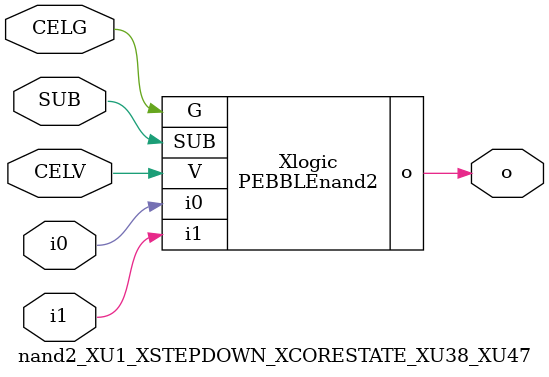
<source format=v>



module PEBBLEnand2 ( o, G, SUB, V, i0, i1 );

  input i0;
  input V;
  input i1;
  input G;
  output o;
  input SUB;
endmodule

//Celera Confidential Do Not Copy nand2_XU1_XSTEPDOWN_XCORESTATE_XU38_XU47
//Celera Confidential Symbol Generator
//5V NAND2
module nand2_XU1_XSTEPDOWN_XCORESTATE_XU38_XU47 (CELV,CELG,i0,i1,o,SUB);
input CELV;
input CELG;
input i0;
input i1;
input SUB;
output o;

//Celera Confidential Do Not Copy nand2
PEBBLEnand2 Xlogic(
.V (CELV),
.i0 (i0),
.i1 (i1),
.o (o),
.SUB (SUB),
.G (CELG)
);
//,diesize,PEBBLEnand2

//Celera Confidential Do Not Copy Module End
//Celera Schematic Generator
endmodule

</source>
